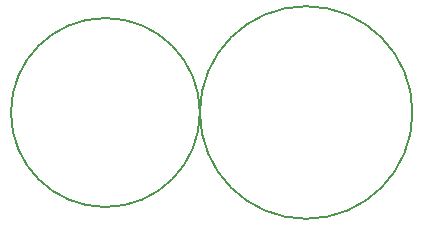
<source format=gbr>
%TF.GenerationSoftware,Novarm,DipTrace,3.0.0.2*%
%TF.CreationDate,2017-10-27T12:01:01+00:00*%
%FSLAX35Y35*%
%MOMM*%
%TF.FileFunction,Profile*%
%TF.Part,Single*%
%ADD11C,0.14*%
G75*
G01*
%LPD*%
X1000000Y1900000D2*
D11*
G02X1000000Y1900000I800000J0D01*
G01*
X2600000D2*
G02X2600000Y1900000I900000J0D01*
G01*
M02*

</source>
